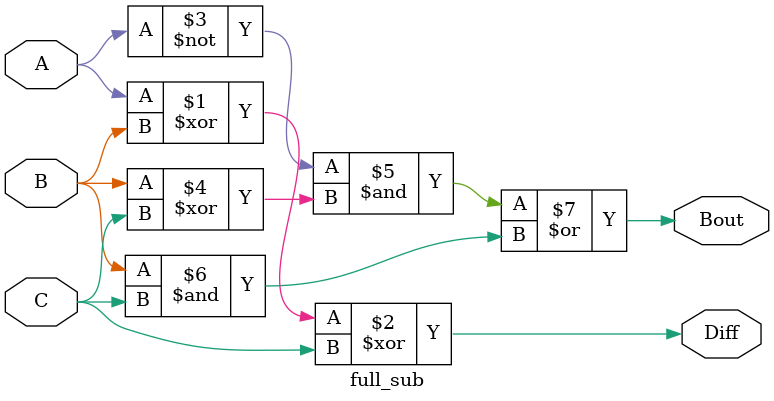
<source format=v>
module full_sub (
  output Diff , Bout ,
  input A,B,C 
);
  
  assign Diff  =  A^B^C ;
  assign Bout  = (~A&(B^C) ) | (B&C) ;
endmodule 
</source>
